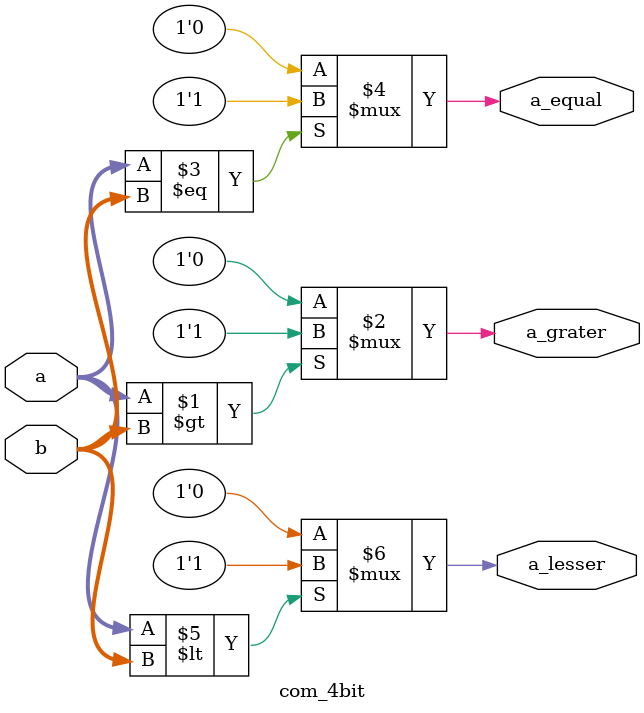
<source format=v>
module com_4bit(input [3:0]a,
                input [3:0]b,
                output a_grater,
                output a_equal,
                output a_lesser );
                
assign a_grater=(a>b)?1'b1:1'b0;
assign a_equal=(a==b)?1'b1:1'b0;
assign a_lesser=(a<b)?1'b1:1'b0;
endmodule

</source>
